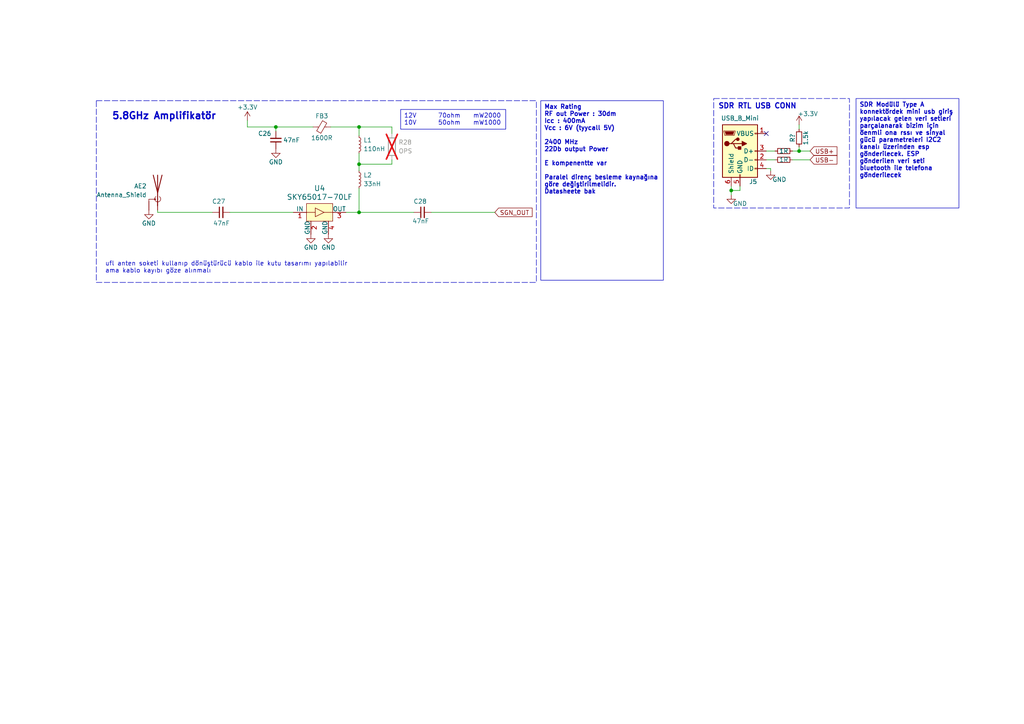
<source format=kicad_sch>
(kicad_sch (version 20230121) (generator eeschema)
  (paper "A4")
  (lib_symbols
    (symbol "Connector:USB_B_Mini" (pin_names (offset 1.016))
      (property "Reference" "J" (at -5.08 11.43 0))
      (property "Value" "USB_B_Mini" (at -5.08 8.89 0))
      (symbol "USB_B_Mini_0_1"
        (rectangle (start -5.08 -7.62) (end 5.08 7.62) (stroke (width 0.254)) (fill (type background)))
        (circle (center -3.81 2.159) (radius 0.635) (stroke (width 0.254)) (fill (type outline)))
        (circle (center -0.635 3.429) (radius 0.381) (stroke (width 0.254)) (fill (type outline)))
        (rectangle (start -0.127 -7.62) (end 0.127 -6.858))
        (polyline (pts (xy -1.905 2.159) (xy 0.635 2.159)) (stroke (width 0.254)))
        (polyline (pts (xy -3.175 2.159) (xy -2.54 2.159) (xy -1.27 3.429) (xy -0.635 3.429)) (stroke (width 0.254)))
        (polyline (pts (xy -2.54 2.159) (xy -1.905 2.159) (xy -1.27 0.889) (xy 0 0.889)) (stroke (width 0.254)))
        (polyline (pts (xy 0.635 2.794) (xy 0.635 1.524) (xy 1.905 2.159) (xy 0.635 2.794)) (stroke (width 0.254)) (fill (type outline)))
        (polyline (pts (xy -4.318 5.588) (xy -1.778 5.588) (xy -2.032 4.826) (xy -4.064 4.826) (xy -4.318 5.588)) (fill (type outline)))
        (polyline (pts (xy -4.699 5.842) (xy -4.699 5.588) (xy -4.445 4.826) (xy -4.445 4.572) (xy -1.651 4.572) (xy -1.651 4.826) (xy -1.397 5.588) (xy -1.397 5.842) (xy -4.699 5.842)))
        (rectangle (start 0.254 1.27) (end -0.508 0.508) (stroke (width 0.254)) (fill (type outline)))
        (rectangle (start 5.08 -5.207) (end 4.318 -4.953))
        (rectangle (start 5.08 -2.667) (end 4.318 -2.413))
        (rectangle (start 5.08 -0.127) (end 4.318 0.127))
        (rectangle (start 5.08 4.953) (end 4.318 5.207))
      )
      (symbol "USB_B_Mini_1_1"
        (pin power_out line (at 7.62 5.08 180) (length 2.54) (name "VBUS") (number "1"))
        (pin bidirectional line (at 7.62 -2.54 180) (length 2.54) (name "D-") (number "2"))
        (pin bidirectional line (at 7.62 0 180) (length 2.54) (name "D+") (number "3"))
        (pin passive line (at 7.62 -5.08 180) (length 2.54) (name "ID") (number "4"))
        (pin power_out line (at 0 -10.16 90) (length 2.54) (name "GND") (number "5"))
        (pin passive line (at -2.54 -10.16 90) (length 2.54) (name "Shield") (number "6"))
      )
    )
    (symbol "Device:Antenna_Shield" (pin_numbers hide) (pin_names (offset 1.016) hide)
      (property "Reference" "AE" (at -1.905 4.445 0))
      (property "Value" "Antenna_Shield" (at -1.905 2.54 0))
      (symbol "Antenna_Shield_0_1"
        (arc (start -0.508 -1.143) (mid -0.8429 -2.1194) (end 0 -2.667))
        (arc (start 0 -2.667) (mid 0.7989 -2.1052) (end 0.508 -1.143))
        (polyline (pts (xy 0 -2.54) (xy 0 0)))
        (polyline (pts (xy 0 5.08) (xy 0 -3.81)) (stroke (width 0.254)))
        (polyline (pts (xy 0.762 -1.905) (xy 2.54 -1.905)))
        (polyline (pts (xy 2.54 -2.54) (xy 2.54 -1.905)))
        (polyline (pts (xy 1.27 5.08) (xy 0 0) (xy -1.27 5.08)) (stroke (width 0.254)))
        (circle (center 0.762 -1.905) (radius 0.1778) (fill (type outline)))
      )
      (symbol "Antenna_Shield_1_1"
        (pin input line (at 0 -5.08 90) (length 2.54) (name "A") (number "1"))
        (pin input line (at 2.54 -5.08 90) (length 2.54) (name "Shield") (number "2"))
      )
    )
    (symbol "Device:C_Small" (pin_numbers hide) (pin_names (offset 0.254) hide)
      (property "Reference" "C" (at 0.254 1.778 0))
      (property "Value" "C_Small" (at 0.254 -2.032 0))
      (symbol "C_Small_0_1"
        (polyline (pts (xy -1.524 -0.508) (xy 1.524 -0.508)) (stroke (width 0.3302)))
        (polyline (pts (xy -1.524 0.508) (xy 1.524 0.508)) (stroke (width 0.3048)))
      )
      (symbol "C_Small_1_1"
        (pin passive line (at 0 2.54 270) (length 2.032) (name "~") (number "1"))
        (pin passive line (at 0 -2.54 90) (length 2.032) (name "~") (number "2"))
      )
    )
    (symbol "Device:FerriteBead_Small" (pin_numbers hide) (pin_names (offset 0))
      (property "Reference" "FB" (at 1.905 1.27 0))
      (property "Value" "FerriteBead_Small" (at 1.905 -1.27 0))
      (symbol "FerriteBead_Small_0_1"
        (polyline (pts (xy 0 -1.27) (xy 0 -0.7874)))
        (polyline (pts (xy 0 0.889) (xy 0 1.2954)))
        (polyline (pts (xy -1.8288 0.2794) (xy -1.1176 1.4986) (xy 1.8288 -0.2032) (xy 1.1176 -1.4224) (xy -1.8288 0.2794)))
      )
      (symbol "FerriteBead_Small_1_1"
        (pin passive line (at 0 2.54 270) (length 1.27) (name "~") (number "1"))
        (pin passive line (at 0 -2.54 90) (length 1.27) (name "~") (number "2"))
      )
    )
    (symbol "Device:L_Small" (pin_numbers hide) (pin_names (offset 0.254) hide)
      (property "Reference" "L" (at 0.762 1.016 0))
      (property "Value" "L_Small" (at 0.762 -1.016 0))
      (symbol "L_Small_0_1"
        (arc (start 0 -2.032) (mid 0.5058 -1.524) (end 0 -1.016))
        (arc (start 0 -1.016) (mid 0.5058 -0.508) (end 0 0))
        (arc (start 0 0) (mid 0.5058 0.508) (end 0 1.016))
        (arc (start 0 1.016) (mid 0.5058 1.524) (end 0 2.032))
      )
      (symbol "L_Small_1_1"
        (pin passive line (at 0 2.54 270) (length 0.508) (name "~") (number "1"))
        (pin passive line (at 0 -2.54 90) (length 0.508) (name "~") (number "2"))
      )
    )
    (symbol "Device:R" (pin_numbers hide) (pin_names (offset 0))
      (property "Reference" "R" (at 2.032 0 90))
      (property "Value" "R" (at 0 0 90))
      (symbol "R_0_1"
        (rectangle (start -1.016 -2.54) (end 1.016 2.54) (stroke (width 0.254)))
      )
      (symbol "R_1_1"
        (pin passive line (at 0 3.81 270) (length 1.27) (name "~") (number "1"))
        (pin passive line (at 0 -3.81 90) (length 1.27) (name "~") (number "2"))
      )
    )
    (symbol "Device:R_Small" (pin_numbers hide) (pin_names (offset 0.254) hide)
      (property "Reference" "R" (at 0.762 0.508 0))
      (property "Value" "R_Small" (at 0.762 -1.016 0))
      (symbol "R_Small_0_1"
        (rectangle (start -0.762 1.778) (end 0.762 -1.778) (stroke (width 0.2032)))
      )
      (symbol "R_Small_1_1"
        (pin passive line (at 0 2.54 270) (length 0.762) (name "~") (number "1"))
        (pin passive line (at 0 -2.54 90) (length 0.762) (name "~") (number "2"))
      )
    )
    (symbol "dk_RF-Amplifiers:SKY65017-70LF" (pin_names (offset 0))
      (property "Reference" "U" (at -3.81 4.826 0))
      (property "Value" "SKY65017-70LF" (at 0 -6.35 0))
      (symbol "SKY65017-70LF_0_1"
        (rectangle (start -3.81 3.81) (end 3.81 -1.27) (fill (type background)))
        (polyline (pts (xy -1.27 1.27) (xy -3.81 1.27)))
        (polyline (pts (xy 1.27 1.27) (xy 3.81 1.27)))
        (polyline (pts (xy -1.27 2.54) (xy -1.27 0) (xy 1.27 1.27) (xy -1.27 2.54)))
      )
      (symbol "SKY65017-70LF_1_1"
        (pin input line (at -7.62 1.27 0) (length 3.81) (name "IN") (number "1"))
        (pin power_in line (at -2.54 -5.08 90) (length 3.81) (name "GND") (number "2"))
        (pin output line (at 7.62 1.27 180) (length 3.81) (name "OUT") (number "3"))
        (pin power_in line (at 2.54 -5.08 90) (length 3.81) (name "GND") (number "4"))
      )
    )
    (symbol "power:+3.3V" (power) (pin_names (offset 0))
      (property "Value" "+3.3V" (at 0 3.556 0))
      (symbol "+3.3V_0_1"
        (polyline (pts (xy -0.762 1.27) (xy 0 2.54)))
        (polyline (pts (xy 0 0) (xy 0 2.54)))
        (polyline (pts (xy 0 2.54) (xy 0.762 1.27)))
      )
      (symbol "+3.3V_1_1"
        (pin power_in line (at 0 0 90) (length 0) hide (name "+3.3V") (number "1"))
      )
    )
    (symbol "power:GND" (power) (pin_names (offset 0))
      (property "Value" "GND" (at 0 -3.81 0))
      (symbol "GND_0_1"
        (polyline (pts (xy 0 0) (xy 0 -1.27) (xy 1.27 -1.27) (xy 0 -2.54) (xy -1.27 -1.27) (xy 0 -1.27)))
      )
      (symbol "GND_1_1"
        (pin power_in line (at 0 0 270) (length 0) hide (name "GND") (number "1"))
      )
    )
  )
  (junction (at 104.14 61.595))
  (junction (at 212.09 55.245))
  (junction (at 104.14 47.625))
  (junction (at 104.14 36.83))
  (junction (at 231.775 43.815))
  (junction (at 80.01 36.83))
  (no_connect (at 222.25 38.735))
  (wire (pts (xy 100.33 61.595) (xy 104.14 61.595)))
  (wire (pts (xy 223.52 48.895) (xy 223.52 49.53)))
  (wire (pts (xy 222.25 43.815) (xy 224.79 43.815)))
  (wire (pts (xy 214.63 55.245) (xy 212.09 55.245)))
  (wire (pts (xy 104.14 44.45) (xy 104.14 47.625)))
  (wire (pts (xy 71.755 34.925) (xy 71.755 36.83)))
  (wire (pts (xy 113.665 47.625) (xy 104.14 47.625)))
  (wire (pts (xy 80.01 36.83) (xy 90.805 36.83)))
  (wire (pts (xy 231.775 42.545) (xy 231.775 43.815)))
  (wire (pts (xy 104.14 36.83) (xy 104.14 39.37)))
  (wire (pts (xy 45.72 61.595) (xy 61.595 61.595)))
  (wire (pts (xy 231.775 36.195) (xy 231.775 37.465)))
  (wire (pts (xy 229.87 46.355) (xy 234.95 46.355)))
  (wire (pts (xy 229.87 43.815) (xy 231.775 43.815)))
  (wire (pts (xy 71.755 36.83) (xy 80.01 36.83)))
  (wire (pts (xy 104.14 36.83) (xy 113.665 36.83)))
  (wire (pts (xy 80.01 36.83) (xy 80.01 38.1)))
  (wire (pts (xy 95.885 36.83) (xy 104.14 36.83)))
  (wire (pts (xy 212.09 55.245) (xy 212.09 56.515)))
  (wire (pts (xy 113.665 46.355) (xy 113.665 47.625)))
  (wire (pts (xy 125.095 61.595) (xy 143.51 61.595)))
  (wire (pts (xy 222.25 48.895) (xy 223.52 48.895)))
  (wire (pts (xy 113.665 38.735) (xy 113.665 36.83)))
  (wire (pts (xy 66.675 61.595) (xy 85.09 61.595)))
  (wire (pts (xy 231.775 43.815) (xy 234.95 43.815)))
  (wire (pts (xy 212.09 53.975) (xy 212.09 55.245)))
  (wire (pts (xy 222.25 46.355) (xy 224.79 46.355)))
  (wire (pts (xy 104.14 47.625) (xy 104.14 49.53)))
  (wire (pts (xy 214.63 53.975) (xy 214.63 55.245)))
  (wire (pts (xy 45.72 60.96) (xy 45.72 61.595)))
  (wire (pts (xy 104.14 61.595) (xy 120.015 61.595)))
  (wire (pts (xy 104.14 54.61) (xy 104.14 61.595)))
  (rectangle (start 207.01 28.575) (end 246.38 60.325) (stroke (width 0) (type dash)))
  (rectangle (start 27.94 29.21) (end 155.575 81.915) (stroke (width 0) (type dash)))
  (text_box "SDR Modülü Type A konnektördek mini usb giriş yapılacak gelen veri setleri parçalanarak bizim için öenmli ona rssı ve sinyal gücü parametreleri I2C2 kanalı üzerinden esp gönderilecek. ESP gönderilen veri seti bluetooth ile telefona gönderilecek" (at 248.285 28.575 0) (size 29.845 31.75) (effects (font (size 1.27 1.27) bold) (justify left top)))
  (text_box "Max Rating\nRF out Power : 30dm\nIcc : 400mA\nVcc : 6V (tyycall 5V)\n\n2400 MHz\n22Db output Power\n\nE kompenentte var\n\nParalel direnç besleme kaynağına göre değiştirilmelidir.\nDatasheete bak\n" (at 156.845 29.21 0) (size 35.56 52.07) (effects (font (size 1.27 1.27) bold) (justify left top)))
  (text_box "12V		70ohm	mW2000\n10V		50ohm	mW1000" (at 116.205 31.75 0) (size 30.48 5.715) (effects (font (size 1.27 1.27)) (justify left top)))
  (text "SDR RTL USB CONN" (at 208.28 31.75 0) (effects (font (size 1.5 1.5) (thickness 0.3) bold) (justify left bottom)))
  (text "5.8GHz Amplifikatör" (at 32.385 34.925 0) (effects (font (size 2 2) (thickness 0.4) bold) (justify left bottom)))
  (text "ufl anten soketi kullanıp dönüştürücü kablo ile kutu tasarımı yapılabilir\nama kablo kayıbı göze alınmalı" (at 30.48 79.375 0) (effects (font (size 1.27 1.27)) (justify left bottom)))
  (global_label "USB-" (shape input) (at 234.95 46.355 0) (property "Intersheetrefs" "${INTERSHEET_REFS}" (effects hide)))
  (global_label "SGN_OUT" (shape input) (at 143.51 61.595 0) (property "Intersheetrefs" "${INTERSHEET_REFS}" (effects hide)))
  (global_label "USB+" (shape input) (at 234.95 43.815 0) (property "Intersheetrefs" "${INTERSHEET_REFS}" (effects hide)))
  (symbol (lib_id "Device:R") (at 113.665 42.545 0) (unit 1) (dnp yes)
    (property "Reference" "R28" (at 115.57 41.275 0) (effects (justify left)))
    (property "Value" "OPS" (at 115.57 43.815 0) (effects (justify left)))
    (property "Footprint" "Resistor_SMD:R_0603_1608Metric" (effects hide))
    (instances (project "hecatlon_raid_eye" (path "" (reference "R28") (unit 1)) (path "" (reference "R28") (unit 1))) (project "Amplifikator_2.4GHz" (path "" (reference "R?") (unit 1))))
  )
  (symbol (lib_id "power:+3.3V") (at 71.755 34.925 0) (unit 1)
    (property "Reference" "#PWR?" (effects hide))
    (property "Value" "+3.3V" (at 71.755 31.115 0))
    (instances (project "Adberilgen_Ana_Sistem" (path "" (reference "#PWR?") (unit 1))) (project "Ana_UKB_Adberilgen_Team" (path "" (reference "#PWR?") (unit 1))) (project "hecatlon_raid_eye" (path "" (reference "#PWR080") (unit 1)) (path "" (reference "#PWR080") (unit 1))) (project "Flight_Control_Card" (path "" (reference "#PWR?") (unit 1))) (project "Adberilgen_Ana_Sistem_V2" (path "" (reference "#PWR?") (unit 1))) (project "Flight_Control_Card_V2" (path "" (reference "#PWR?") (unit 1))))
  )
  (symbol (lib_id "Device:L_Small") (at 104.14 41.91 0) (unit 1)
    (property "Reference" "L1" (at 105.41 40.64 0) (effects (justify left)))
    (property "Value" "110nH" (at 105.41 43.18 0) (effects (justify left)))
    (property "Footprint" "Inductor_SMD:L_0603_1608Metric" (effects hide))
    (property "Datasheet" "https://cdn.ozdisan.com/ETicaret_Dosya/350698_5548882.pdf" (effects hide))
    (property "Link" "https://www.e-komponent.com/160-nh-unshielded-drum-core-wirewound-inductor" (effects hide))
    (instances (project "hecatlon_raid_eye" (path "" (reference "L1") (unit 1)) (path "" (reference "L1") (unit 1))) (project "Amplifikator_2.4GHz" (path "" (reference "L?") (unit 1))))
  )
  (symbol (lib_id "Connector:USB_B_Mini") (at 214.63 43.815 0) (unit 1)
    (property "Reference" "J5" (at 218.44 52.705 0))
    (property "Value" "USB_B_Mini" (at 214.63 34.29 0))
    (property "Footprint" "Connector_USB:USB_Micro-B_Wuerth_629105150521" (effects hide))
    (instances (project "hecatlon_raid_eye" (path "" (reference "J5") (unit 1)) (path "" (reference "J5") (unit 1))) (project "Adberilgen_Ana_Sistem_V2" (path "" (reference "J?") (unit 1))))
  )
  (symbol (lib_id "Device:Antenna_Shield") (at 45.72 55.88 0) (mirror y) (unit 1)
    (property "Reference" "AE2" (at 42.545 53.975 0) (effects (justify left)))
    (property "Value" "Antenna_Shield" (at 42.545 56.515 0) (effects (justify left)))
    (property "Footprint" "Connector_Coaxial:SMA_Samtec_SMA-J-P-X-ST-EM1_EdgeMount" (effects hide))
    (property "Link" "https://www.motorobit.com/sma-ke-coaxial-konnektor-simetrik-bacakli?gad_source=4&gclid=CjwKCAjw9IayBhBJEiwAVuc3fs2moCaAw2SXswuepcFg1UDWPlszm8blNJolW1tvSW72v3g9mW__cxoC1TwQAvD_BwE" (effects hide))
    (instances (project "hecatlon_raid_eye" (path "" (reference "AE2") (unit 1)) (path "" (reference "AE2") (unit 1))) (project "Amplifikator_2.4GHz" (path "" (reference "AE?") (unit 1))))
  )
  (symbol (lib_id "power:GND") (at 90.17 67.945 0) (unit 1)
    (property "Reference" "#PWR084" (effects hide))
    (property "Value" "GND" (at 90.17 71.755 0))
    (instances (project "hecatlon_raid_eye" (path "" (reference "#PWR084") (unit 1)) (path "" (reference "#PWR084") (unit 1))) (project "Amplifikator_2.4GHz" (path "" (reference "#PWR?") (unit 1))))
  )
  (symbol (lib_id "Device:C_Small") (at 122.555 61.595 90) (unit 1)
    (property "Reference" "C28" (at 123.825 58.42 90) (effects (justify left)))
    (property "Value" "47nF" (at 124.46 64.135 90) (effects (justify left)))
    (property "Footprint" "Capacitor_SMD:C_0603_1608Metric" (effects hide))
    (property "Datasheet" "https://cdn.ozdisan.com/ETicaret_Dosya/448212_5798276.PDF" (effects hide))
    (property "Link" "https://www.e-komponent.com/ceramic-capacitors-15143" (effects hide))
    (instances (project "hecatlon_raid_eye" (path "" (reference "C28") (unit 1)) (path "" (reference "C28") (unit 1))) (project "Amplifikator_2.4GHz" (path "" (reference "C?") (unit 1))))
  )
  (symbol (lib_id "power:GND") (at 80.01 43.18 0) (unit 1)
    (property "Reference" "#PWR081" (effects hide))
    (property "Value" "GND" (at 80.01 46.99 0))
    (instances (project "hecatlon_raid_eye" (path "" (reference "#PWR081") (unit 1)) (path "" (reference "#PWR081") (unit 1))) (project "Amplifikator_2.4GHz" (path "" (reference "#PWR?") (unit 1))))
  )
  (symbol (lib_id "Device:L_Small") (at 104.14 52.07 0) (unit 1)
    (property "Reference" "L2" (at 105.41 50.8 0) (effects (justify left)))
    (property "Value" "33nH" (at 105.41 53.34 0) (effects (justify left)))
    (property "Footprint" "Inductor_SMD:L_0603_1608Metric" (effects hide))
    (property "Datasheet" "https://cdn.ozdisan.com/ETicaret_Dosya/350698_5548882.pdf" (effects hide))
    (property "Link" "https://www.e-komponent.com/unshielded-wirewound-inductor-280mohm" (effects hide))
    (instances (project "hecatlon_raid_eye" (path "" (reference "L2") (unit 1)) (path "" (reference "L2") (unit 1))) (project "Amplifikator_2.4GHz" (path "" (reference "L?") (unit 1))))
  )
  (symbol (lib_id "Device:R_Small") (at 227.33 46.355 90) (unit 1)
    (property "Reference" "R?" (effects hide))
    (property "Value" "1R" (at 227.33 46.355 90))
    (property "Footprint" "Resistor_SMD:R_0603_1608Metric" (effects hide))
    (instances (project "Adberilgen_Ana_Sistem" (path "" (reference "R?") (unit 1))) (project "hecatlon_raid_eye" (path "" (reference "R18") (unit 1)) (path "" (reference "R18") (unit 1))) (project "Flight_Control_Card" (path "" (reference "R?") (unit 1))) (project "Adberilgen_Ana_Sistem_V2" (path "" (reference "R?") (unit 1))) (project "Flight_Control_Card_V2" (path "" (reference "R?") (unit 1))))
  )
  (symbol (lib_id "Device:FerriteBead_Small") (at 93.345 36.83 90) (unit 1)
    (property "Reference" "FB3" (at 93.345 33.655 90))
    (property "Value" "1600R" (at 93.345 40.005 90))
    (property "Footprint" "Inductor_SMD:L_0603_1608Metric" (effects hide))
    (property "Datasheet" "https://www.murata.com/en-us/products/productdata/8796738650142/ENFA0003.pdf" (effects hide))
    (property "Link" "https://www.e-komponent.com/18-kohms-1-signal-line-ferrite-bead-blm18bd182sn1d" (effects hide))
    (instances (project "hecatlon_raid_eye" (path "" (reference "FB3") (unit 1)) (path "" (reference "FB3") (unit 1))) (project "Amplifikator_2.4GHz" (path "" (reference "FB?") (unit 1))))
  )
  (symbol (lib_id "dk_RF-Amplifiers:SKY65017-70LF") (at 92.71 62.865 0) (unit 1)
    (property "Reference" "U4" (at 92.71 54.61 0) (effects (font (size 1.524 1.524))))
    (property "Value" "SKY65017-70LF" (at 92.71 57.15 0) (effects (font (size 1.524 1.524))))
    (property "Footprint" "digikey-footprints:TO-243AA" (effects hide))
    (property "Datasheet" "https://www.skyworksinc.com/-/media/SkyWorks/Documents/Products/101-200/SKY65017_70LF_200528J.pdf" (effects hide))
    (property "Digi-Key_PN" "863-1063-1-ND" (effects hide))
    (property "MPN" "SKY65017-70LF" (effects hide))
    (property "Category" "RF/IF and RFID" (effects hide))
    (property "Family" "RF Amplifiers" (effects hide))
    (property "DK_Datasheet_Link" "http://www.skyworksinc.com/uploads/documents/SKY65017_70LF_200528I.pdf" (effects hide))
    (property "DK_Detail_Page" "/product-detail/en/skyworks-solutions-inc/SKY65017-70LF/863-1063-1-ND/2052195" (effects hide))
    (property "Description" "IC AMP DBS 100MHZ-6GHZ SOT89-3" (effects hide))
    (property "Manufacturer" "Skyworks Solutions Inc." (effects hide))
    (property "Status" "Active" (effects hide))
    (property "Link" "https://www.e-komponent.com/rf-amplifier-ic" (effects hide))
    (instances (project "hecatlon_raid_eye" (path "" (reference "U4") (unit 1)) (path "" (reference "U4") (unit 1))) (project "Amplifikator_2.4GHz" (path "" (reference "U?") (unit 1))))
  )
  (symbol (lib_id "power:GND") (at 95.25 67.945 0) (unit 1)
    (property "Reference" "#PWR085" (effects hide))
    (property "Value" "GND" (at 95.25 71.755 0))
    (instances (project "hecatlon_raid_eye" (path "" (reference "#PWR085") (unit 1)) (path "" (reference "#PWR085") (unit 1))) (project "Amplifikator_2.4GHz" (path "" (reference "#PWR?") (unit 1))))
  )
  (symbol (lib_id "power:GND") (at 212.09 56.515 0) (unit 1)
    (property "Reference" "#PWR?" (effects hide))
    (property "Value" "GND" (at 214.63 59.055 0))
    (instances (project "Adberilgen_Ana_Sistem" (path "" (reference "#PWR?") (unit 1))) (project "hecatlon_raid_eye" (path "" (reference "#PWR052") (unit 1)) (path "" (reference "#PWR052") (unit 1))) (project "Flight_Control_Card" (path "" (reference "#PWR?") (unit 1))) (project "Adberilgen_Ana_Sistem_V2" (path "" (reference "#PWR?") (unit 1))) (project "Flight_Control_Card_V2" (path "" (reference "#PWR?") (unit 1))))
  )
  (symbol (lib_id "power:GND") (at 223.52 49.53 0) (unit 1)
    (property "Reference" "#PWR?" (effects hide))
    (property "Value" "GND" (at 226.06 52.07 0))
    (instances (project "Adberilgen_Ana_Sistem" (path "" (reference "#PWR?") (unit 1))) (project "hecatlon_raid_eye" (path "" (reference "#PWR046") (unit 1)) (path "" (reference "#PWR046") (unit 1))) (project "Flight_Control_Card" (path "" (reference "#PWR?") (unit 1))) (project "Adberilgen_Ana_Sistem_V2" (path "" (reference "#PWR?") (unit 1))) (project "Flight_Control_Card_V2" (path "" (reference "#PWR?") (unit 1))))
  )
  (symbol (lib_id "Device:C_Small") (at 64.135 61.595 90) (unit 1)
    (property "Reference" "C27" (at 65.405 58.42 90) (effects (justify left)))
    (property "Value" "47nF" (at 66.675 64.77 90) (effects (justify left)))
    (property "Footprint" "Capacitor_SMD:C_0603_1608Metric" (effects hide))
    (property "Datasheet" "https://cdn.ozdisan.com/ETicaret_Dosya/448212_5798276.PDF" (effects hide))
    (property "Link" "https://www.e-komponent.com/ceramic-capacitors-15143" (effects hide))
    (instances (project "hecatlon_raid_eye" (path "" (reference "C27") (unit 1)) (path "" (reference "C27") (unit 1))) (project "Amplifikator_2.4GHz" (path "" (reference "C?") (unit 1))))
  )
  (symbol (lib_id "Device:C_Small") (at 80.01 40.64 180) (unit 1)
    (property "Reference" "C26" (at 78.74 38.735 0) (effects (justify left)))
    (property "Value" "47nF" (at 86.995 40.64 0) (effects (justify left)))
    (property "Footprint" "Capacitor_SMD:C_0603_1608Metric" (effects hide))
    (property "Datasheet" "https://cdn.ozdisan.com/ETicaret_Dosya/448212_5798276.PDF" (effects hide))
    (property "Link" "https://www.e-komponent.com/ceramic-capacitors-15143" (effects hide))
    (instances (project "hecatlon_raid_eye" (path "" (reference "C26") (unit 1)) (path "" (reference "C26") (unit 1))) (project "Amplifikator_2.4GHz" (path "" (reference "C?") (unit 1))))
  )
  (symbol (lib_id "Device:R_Small") (at 231.775 40.005 0) (unit 1)
    (property "Reference" "R?" (at 229.87 40.005 90))
    (property "Value" "1.5k" (at 233.68 40.005 90))
    (property "Footprint" "Resistor_SMD:R_0603_1608Metric" (effects hide))
    (instances (project "Adberilgen_Ana_Sistem" (path "" (reference "R?") (unit 1))) (project "hecatlon_raid_eye" (path "" (reference "R15") (unit 1)) (path "" (reference "R15") (unit 1))) (project "Flight_Control_Card" (path "" (reference "R?") (unit 1))) (project "Adberilgen_Ana_Sistem_V2" (path "" (reference "R?") (unit 1))) (project "Flight_Control_Card_V2" (path "" (reference "R?") (unit 1))))
  )
  (symbol (lib_id "power:GND") (at 43.18 60.96 0) (unit 1)
    (property "Reference" "#PWR082" (effects hide))
    (property "Value" "GND" (at 43.18 64.77 0))
    (instances (project "hecatlon_raid_eye" (path "" (reference "#PWR082") (unit 1)) (path "" (reference "#PWR082") (unit 1))) (project "Amplifikator_2.4GHz" (path "" (reference "#PWR?") (unit 1))))
  )
  (symbol (lib_id "Device:R_Small") (at 227.33 43.815 90) (unit 1)
    (property "Reference" "R?" (effects hide))
    (property "Value" "1R" (at 227.33 43.815 90))
    (property "Footprint" "Resistor_SMD:R_0603_1608Metric" (effects hide))
    (instances (project "Adberilgen_Ana_Sistem" (path "" (reference "R?") (unit 1))) (project "hecatlon_raid_eye" (path "" (reference "R16") (unit 1)) (path "" (reference "R16") (unit 1))) (project "Flight_Control_Card" (path "" (reference "R?") (unit 1))) (project "Adberilgen_Ana_Sistem_V2" (path "" (reference "R?") (unit 1))) (project "Flight_Control_Card_V2" (path "" (reference "R?") (unit 1))))
  )
  (symbol (lib_id "power:+3.3V") (at 231.775 36.195 0) (unit 1)
    (property "Reference" "#PWR?" (effects hide))
    (property "Value" "+3.3V" (at 234.315 33.02 0))
    (instances (project "Adberilgen_Ana_Sistem" (path "" (reference "#PWR?") (unit 1))) (project "Ana_UKB_Adberilgen_Team" (path "" (reference "#PWR?") (unit 1))) (project "My_Library_Shematich" (path "" (reference "#PWR?") (unit 1))) (project "hecatlon_raid_eye" (path "" (reference "#PWR034") (unit 1)) (path "" (reference "#PWR034") (unit 1))) (project "Flight_Control_Card" (path "" (reference "#PWR?") (unit 1))) (project "Adberilgen_Ana_Sistem_V2" (path "" (reference "#PWR?") (unit 1))) (project "Flight_Control_Card_V2" (path "" (reference "#PWR?") (unit 1))))
  )
)
</source>
